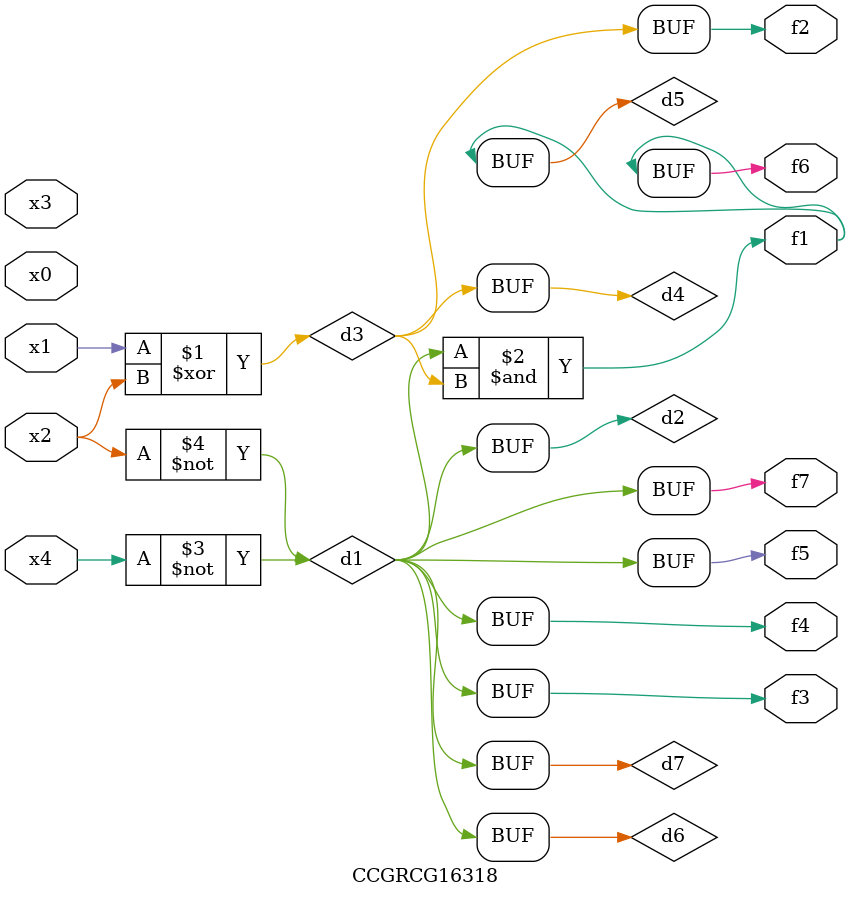
<source format=v>
module CCGRCG16318(
	input x0, x1, x2, x3, x4,
	output f1, f2, f3, f4, f5, f6, f7
);

	wire d1, d2, d3, d4, d5, d6, d7;

	not (d1, x4);
	not (d2, x2);
	xor (d3, x1, x2);
	buf (d4, d3);
	and (d5, d1, d3);
	buf (d6, d1, d2);
	buf (d7, d2);
	assign f1 = d5;
	assign f2 = d4;
	assign f3 = d7;
	assign f4 = d7;
	assign f5 = d7;
	assign f6 = d5;
	assign f7 = d7;
endmodule

</source>
